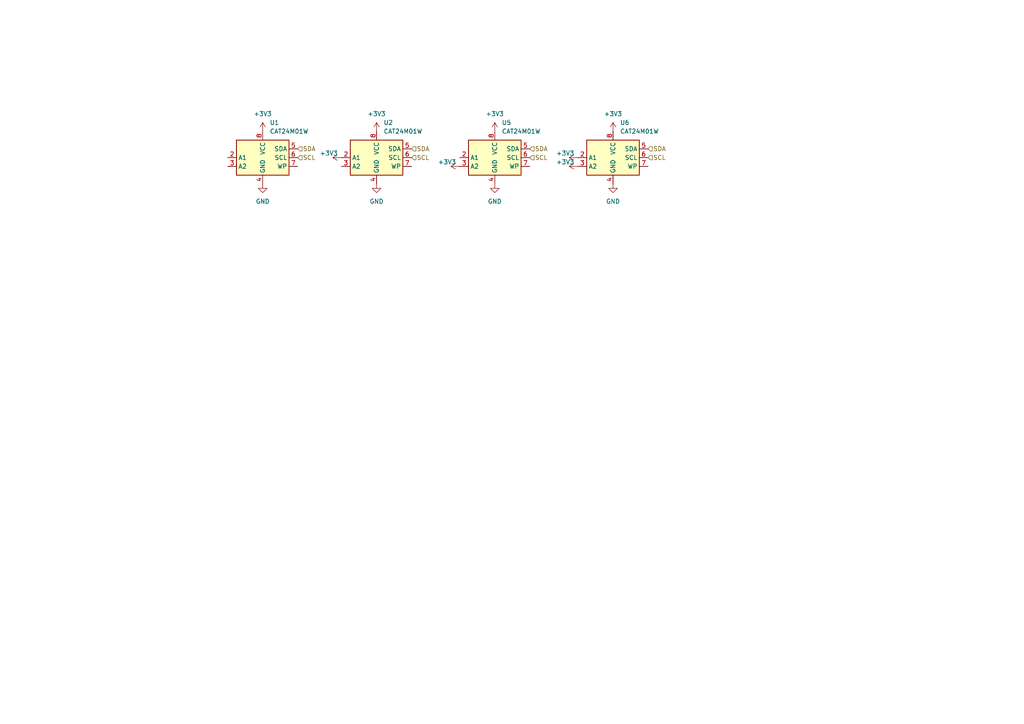
<source format=kicad_sch>
(kicad_sch (version 20211123) (generator eeschema)
  (paper "A4")
  (lib_symbols
    (symbol "Memory_EEPROM:CAT24M01W"
      (property "Reference" "U" (at 2.54 8.89 0))
      (property "Value" "CAT24M01W" (at 6.35 6.35 0))
      (symbol "CAT24M01W_1_1"
        (rectangle (start -7.62 5.08) (end 7.62 -5.08) (stroke (width 0.254)) (fill (type background)))
        (pin no_connect line (at -7.62 2.54 0) (length 2.54) hide (name "NC") (number "1"))
        (pin input line (at -10.16 0 0) (length 2.54) (name "A1") (number "2"))
        (pin input line (at -10.16 -2.54 0) (length 2.54) (name "A2") (number "3"))
        (pin power_in line (at 0 -7.62 90) (length 2.54) (name "GND") (number "4"))
        (pin bidirectional line (at 10.16 2.54 180) (length 2.54) (name "SDA") (number "5"))
        (pin input line (at 10.16 0 180) (length 2.54) (name "SCL") (number "6"))
        (pin input line (at 10.16 -2.54 180) (length 2.54) (name "WP") (number "7"))
        (pin power_in line (at 0 7.62 270) (length 2.54) (name "VCC") (number "8"))
      )
    )
    (symbol "power:+3V3" (power) (pin_names (offset 0))
      (property "Value" "+3V3" (at 0 3.556 0))
      (symbol "+3V3_0_1"
        (polyline (pts (xy -0.762 1.27) (xy 0 2.54)))
        (polyline (pts (xy 0 0) (xy 0 2.54)))
        (polyline (pts (xy 0 2.54) (xy 0.762 1.27)))
      )
      (symbol "+3V3_1_1"
        (pin power_in line (at 0 0 90) (length 0) hide (name "+3V3") (number "1"))
      )
    )
    (symbol "power:GND" (power) (pin_names (offset 0))
      (property "Value" "GND" (at 0 -3.81 0))
      (symbol "GND_0_1"
        (polyline (pts (xy 0 0) (xy 0 -1.27) (xy 1.27 -1.27) (xy 0 -2.54) (xy -1.27 -1.27) (xy 0 -1.27)))
      )
      (symbol "GND_1_1"
        (pin power_in line (at 0 0 270) (length 0) hide (name "GND") (number "1"))
      )
    )
  )
  (hierarchical_label "SCL" (shape input) (at 153.67 45.72 0))
  (hierarchical_label "SCL" (shape input) (at 187.96 45.72 0))
  (hierarchical_label "SCL" (shape input) (at 119.38 45.72 0))
  (hierarchical_label "SDA" (shape input) (at 153.67 43.18 0))
  (hierarchical_label "SDA" (shape input) (at 86.36 43.18 0))
  (hierarchical_label "SCL" (shape input) (at 86.36 45.72 0))
  (hierarchical_label "SDA" (shape input) (at 187.96 43.18 0))
  (hierarchical_label "SDA" (shape input) (at 119.38 43.18 0))
  (symbol (lib_id "power:GND") (at 177.8 53.34 0) (unit 1)
    (property "Reference" "#PWR0126" (effects hide))
    (property "Value" "GND" (at 177.8 58.42 0))
  )
  (symbol (lib_id "power:+3V3") (at 99.06 45.72 90) (unit 1)
    (property "Reference" "#PWR0134" (effects hide))
    (property "Value" "+3V3" (at 92.71 44.45 90) (effects (justify right)))
  )
  (symbol (lib_id "Memory_EEPROM:CAT24M01W") (at 143.51 45.72 0) (unit 1)
    (property "Reference" "U5" (at 145.5294 35.56 0) (effects (justify left)))
    (property "Value" "CAT24M01W" (at 145.5294 38.1 0) (effects (justify left)))
    (property "Footprint" "Package_SO:SOIC-8_3.9x4.9mm_P1.27mm" (effects hide))
    (property "Datasheet" "https://www.onsemi.com/pub/Collateral/CAT24M01-D.PDF" (effects hide))
  )
  (symbol (lib_id "Memory_EEPROM:CAT24M01W") (at 177.8 45.72 0) (unit 1)
    (property "Reference" "U6" (at 179.8194 35.56 0) (effects (justify left)))
    (property "Value" "CAT24M01W" (at 179.8194 38.1 0) (effects (justify left)))
    (property "Footprint" "Package_SO:SOIC-8_3.9x4.9mm_P1.27mm" (effects hide))
    (property "Datasheet" "https://www.onsemi.com/pub/Collateral/CAT24M01-D.PDF" (effects hide))
  )
  (symbol (lib_id "power:GND") (at 143.51 53.34 0) (unit 1)
    (property "Reference" "#PWR0129" (effects hide))
    (property "Value" "GND" (at 143.51 58.42 0))
  )
  (symbol (lib_id "power:+3V3") (at 143.51 38.1 0) (unit 1)
    (property "Reference" "#PWR0130" (effects hide))
    (property "Value" "+3V3" (at 143.51 33.02 0))
  )
  (symbol (lib_id "Memory_EEPROM:CAT24M01W") (at 76.2 45.72 0) (unit 1)
    (property "Reference" "U1" (at 78.2194 35.56 0) (effects (justify left)))
    (property "Value" "CAT24M01W" (at 78.2194 38.1 0) (effects (justify left)))
    (property "Footprint" "Package_SO:SOIC-8_3.9x4.9mm_P1.27mm" (effects hide))
    (property "Datasheet" "https://www.onsemi.com/pub/Collateral/CAT24M01-D.PDF" (effects hide))
  )
  (symbol (lib_id "Memory_EEPROM:CAT24M01W") (at 109.22 45.72 0) (unit 1)
    (property "Reference" "U2" (at 111.2394 35.56 0) (effects (justify left)))
    (property "Value" "CAT24M01W" (at 111.2394 38.1 0) (effects (justify left)))
    (property "Footprint" "Package_SO:SOIC-8_3.9x4.9mm_P1.27mm" (effects hide))
    (property "Datasheet" "https://www.onsemi.com/pub/Collateral/CAT24M01-D.PDF" (effects hide))
  )
  (symbol (lib_id "power:+3V3") (at 167.64 45.72 90) (unit 1)
    (property "Reference" "#PWR0127" (effects hide))
    (property "Value" "+3V3" (at 161.29 44.45 90) (effects (justify right)))
  )
  (symbol (lib_id "power:+3V3") (at 109.22 38.1 0) (unit 1)
    (property "Reference" "#PWR0133" (effects hide))
    (property "Value" "+3V3" (at 109.22 33.02 0))
  )
  (symbol (lib_id "power:+3V3") (at 177.8 38.1 0) (unit 1)
    (property "Reference" "#PWR0125" (effects hide))
    (property "Value" "+3V3" (at 177.8 33.02 0))
  )
  (symbol (lib_id "power:GND") (at 76.2 53.34 0) (unit 1)
    (property "Reference" "#PWR0120" (effects hide))
    (property "Value" "GND" (at 76.2 58.42 0))
  )
  (symbol (lib_id "power:GND") (at 109.22 53.34 0) (unit 1)
    (property "Reference" "#PWR0132" (effects hide))
    (property "Value" "GND" (at 109.22 58.42 0))
  )
  (symbol (lib_id "power:+3V3") (at 133.35 48.26 90) (unit 1)
    (property "Reference" "#PWR0131" (effects hide))
    (property "Value" "+3V3" (at 127 46.99 90) (effects (justify right)))
  )
  (symbol (lib_id "power:+3V3") (at 76.2 38.1 0) (unit 1)
    (property "Reference" "#PWR0124" (effects hide))
    (property "Value" "+3V3" (at 76.2 33.02 0))
  )
  (symbol (lib_id "power:+3V3") (at 167.64 48.26 90) (unit 1)
    (property "Reference" "#PWR0128" (effects hide))
    (property "Value" "+3V3" (at 161.29 46.99 90) (effects (justify right)))
  )
)
</source>
